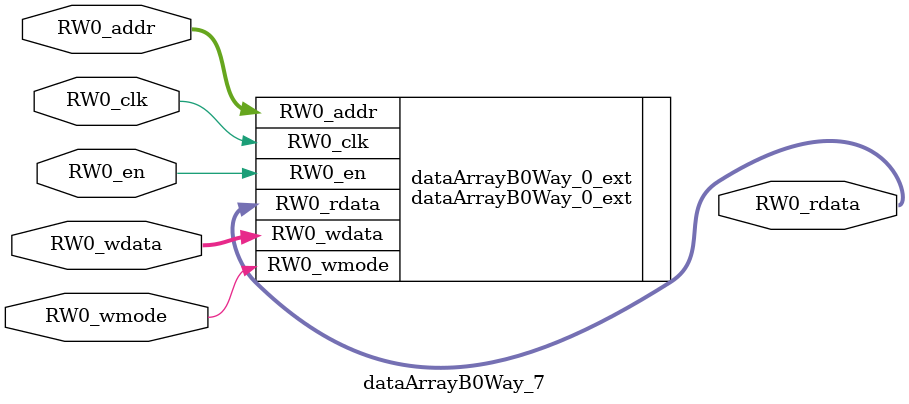
<source format=sv>
`ifndef RANDOMIZE
  `ifdef RANDOMIZE_REG_INIT
    `define RANDOMIZE
  `endif // RANDOMIZE_REG_INIT
`endif // not def RANDOMIZE
`ifndef RANDOMIZE
  `ifdef RANDOMIZE_MEM_INIT
    `define RANDOMIZE
  `endif // RANDOMIZE_MEM_INIT
`endif // not def RANDOMIZE

`ifndef RANDOM
  `define RANDOM $random
`endif // not def RANDOM

// Users can define 'PRINTF_COND' to add an extra gate to prints.
`ifndef PRINTF_COND_
  `ifdef PRINTF_COND
    `define PRINTF_COND_ (`PRINTF_COND)
  `else  // PRINTF_COND
    `define PRINTF_COND_ 1
  `endif // PRINTF_COND
`endif // not def PRINTF_COND_

// Users can define 'ASSERT_VERBOSE_COND' to add an extra gate to assert error printing.
`ifndef ASSERT_VERBOSE_COND_
  `ifdef ASSERT_VERBOSE_COND
    `define ASSERT_VERBOSE_COND_ (`ASSERT_VERBOSE_COND)
  `else  // ASSERT_VERBOSE_COND
    `define ASSERT_VERBOSE_COND_ 1
  `endif // ASSERT_VERBOSE_COND
`endif // not def ASSERT_VERBOSE_COND_

// Users can define 'STOP_COND' to add an extra gate to stop conditions.
`ifndef STOP_COND_
  `ifdef STOP_COND
    `define STOP_COND_ (`STOP_COND)
  `else  // STOP_COND
    `define STOP_COND_ 1
  `endif // STOP_COND
`endif // not def STOP_COND_

// Users can define INIT_RANDOM as general code that gets injected into the
// initializer block for modules with registers.
`ifndef INIT_RANDOM
  `define INIT_RANDOM
`endif // not def INIT_RANDOM

// If using random initialization, you can also define RANDOMIZE_DELAY to
// customize the delay used, otherwise 0.002 is used.
`ifndef RANDOMIZE_DELAY
  `define RANDOMIZE_DELAY 0.002
`endif // not def RANDOMIZE_DELAY

// Define INIT_RANDOM_PROLOG_ for use in our modules below.
`ifndef INIT_RANDOM_PROLOG_
  `ifdef RANDOMIZE
    `ifdef VERILATOR
      `define INIT_RANDOM_PROLOG_ `INIT_RANDOM
    `else  // VERILATOR
      `define INIT_RANDOM_PROLOG_ `INIT_RANDOM #`RANDOMIZE_DELAY begin end
    `endif // VERILATOR
  `else  // RANDOMIZE
    `define INIT_RANDOM_PROLOG_
  `endif // RANDOMIZE
`endif // not def INIT_RANDOM_PROLOG_

module dataArrayB0Way_7(	// @[DescribedSRAM.scala:17:26]
  input  [7:0]  RW0_addr,
  input         RW0_en,
                RW0_clk,
                RW0_wmode,
  input  [63:0] RW0_wdata,
  output [63:0] RW0_rdata
);

  dataArrayB0Way_0_ext dataArrayB0Way_0_ext (	// @[DescribedSRAM.scala:17:26]
    .RW0_addr  (RW0_addr),
    .RW0_en    (RW0_en),
    .RW0_clk   (RW0_clk),
    .RW0_wmode (RW0_wmode),
    .RW0_wdata (RW0_wdata),
    .RW0_rdata (RW0_rdata)
  );
endmodule


</source>
